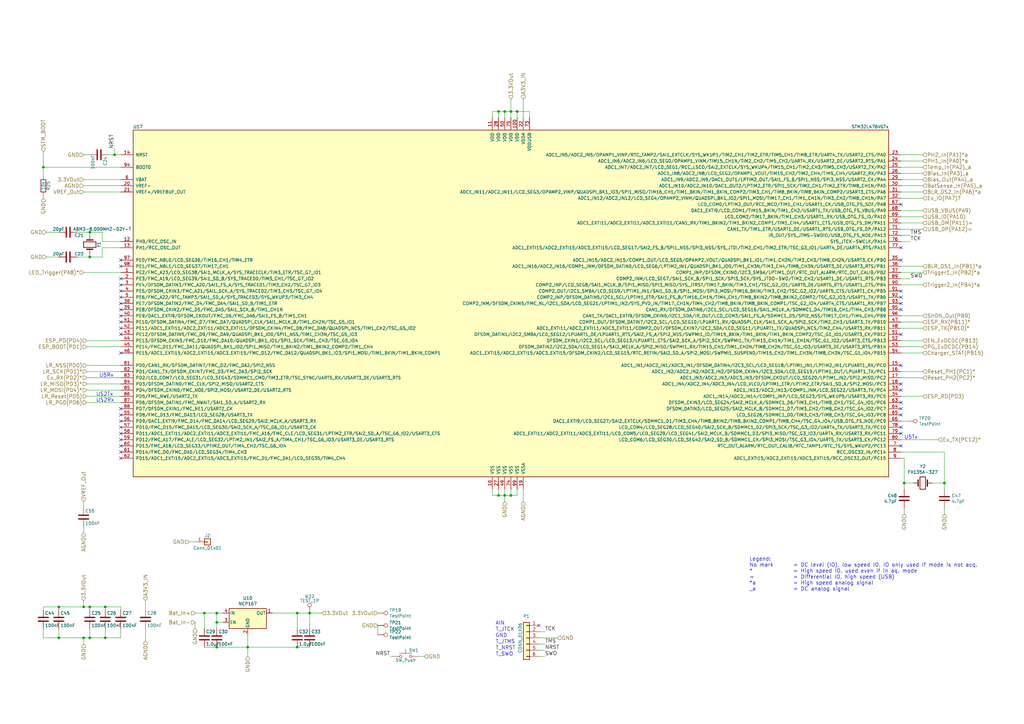
<source format=kicad_sch>
(kicad_sch (version 20231120) (generator "eeschema") (generator_version "8.0")
  (paper "A3")
  (lib_symbols
    (symbol "Connector:TestPoint" (pin_numbers hide) (pin_names (offset 0.762) hide)
      (property "Reference" "TP" (at 0 6.858 0))
      (property "Value" "TestPoint" (at 0 5.08 0))
      (symbol "TestPoint_0_1"
        (circle (center 0 3.302) (radius 0.762))
      )
      (symbol "TestPoint_1_1"
        (pin passive line (at 0 0 90) (length 2.54) (name "1") (number "1"))
      )
    )
    (symbol "Connector_Generic:Conn_01x01" (pin_names (offset 1.016) hide)
      (property "Reference" "J" (at 0 2.54 0))
      (property "Value" "Conn_01x01" (at 0 -2.54 0))
      (symbol "Conn_01x01_1_1"
        (rectangle (start -1.27 0.127) (end 0 -0.127) (stroke (width 0.1524)))
        (rectangle (start -1.27 1.27) (end 1.27 -1.27) (stroke (width 0.254)) (fill (type background)))
        (pin passive line (at -5.08 0 0) (length 3.81) (name "Pin_1") (number "1"))
      )
    )
    (symbol "Connector_Generic:Conn_01x06" (pin_names (offset 1.016) hide)
      (property "Reference" "J" (at 0 7.62 0))
      (property "Value" "Conn_01x06" (at 0 -10.16 0))
      (symbol "Conn_01x06_1_1"
        (rectangle (start -1.27 -7.493) (end 0 -7.747) (stroke (width 0.1524)))
        (rectangle (start -1.27 -4.953) (end 0 -5.207) (stroke (width 0.1524)))
        (rectangle (start -1.27 -2.413) (end 0 -2.667) (stroke (width 0.1524)))
        (rectangle (start -1.27 0.127) (end 0 -0.127) (stroke (width 0.1524)))
        (rectangle (start -1.27 2.667) (end 0 2.413) (stroke (width 0.1524)))
        (rectangle (start -1.27 5.207) (end 0 4.953) (stroke (width 0.1524)))
        (rectangle (start -1.27 6.35) (end 1.27 -8.89) (stroke (width 0.254)) (fill (type background)))
        (pin passive line (at -5.08 5.08 0) (length 3.81) (name "Pin_1") (number "1"))
        (pin passive line (at -5.08 2.54 0) (length 3.81) (name "Pin_2") (number "2"))
        (pin passive line (at -5.08 0 0) (length 3.81) (name "Pin_3") (number "3"))
        (pin passive line (at -5.08 -2.54 0) (length 3.81) (name "Pin_4") (number "4"))
        (pin passive line (at -5.08 -5.08 0) (length 3.81) (name "Pin_5") (number "5"))
        (pin passive line (at -5.08 -7.62 0) (length 3.81) (name "Pin_6") (number "6"))
      )
    )
    (symbol "Device:C" (pin_numbers hide) (pin_names (offset 0.254))
      (property "Reference" "C" (at 0.635 2.54 0))
      (property "Value" "C" (at 0.635 -2.54 0))
      (symbol "C_0_1"
        (polyline (pts (xy -2.032 -0.762) (xy 2.032 -0.762)) (stroke (width 0.508)))
        (polyline (pts (xy -2.032 0.762) (xy 2.032 0.762)) (stroke (width 0.508)))
      )
      (symbol "C_1_1"
        (pin passive line (at 0 3.81 270) (length 2.794) (name "~") (number "1"))
        (pin passive line (at 0 -3.81 90) (length 2.794) (name "~") (number "2"))
      )
    )
    (symbol "Device:Crystal" (pin_numbers hide) (pin_names (offset 1.016) hide)
      (property "Reference" "Y" (at 0 3.81 0))
      (property "Value" "Crystal" (at 0 -3.81 0))
      (symbol "Crystal_0_1"
        (rectangle (start -1.143 2.54) (end 1.143 -2.54) (stroke (width 0.3048)))
        (polyline (pts (xy -2.54 0) (xy -1.905 0)))
        (polyline (pts (xy -1.905 -1.27) (xy -1.905 1.27)) (stroke (width 0.508)))
        (polyline (pts (xy 1.905 -1.27) (xy 1.905 1.27)) (stroke (width 0.508)))
        (polyline (pts (xy 2.54 0) (xy 1.905 0)))
      )
      (symbol "Crystal_1_1"
        (pin passive line (at -3.81 0 0) (length 1.27) (name "1") (number "1"))
        (pin passive line (at 3.81 0 180) (length 1.27) (name "2") (number "2"))
      )
    )
    (symbol "Device:R" (pin_numbers hide) (pin_names (offset 0))
      (property "Reference" "R" (at 2.032 0 90))
      (property "Value" "R" (at 0 0 90))
      (symbol "R_0_1"
        (rectangle (start -1.016 -2.54) (end 1.016 2.54) (stroke (width 0.254)))
      )
      (symbol "R_1_1"
        (pin passive line (at 0 3.81 270) (length 1.27) (name "~") (number "1"))
        (pin passive line (at 0 -3.81 90) (length 1.27) (name "~") (number "2"))
      )
    )
    (symbol "RadIIS_Mainboard:NCP167" (pin_names (offset 0.254))
      (property "Reference" "U" (at -6.35 5.715 0))
      (property "Value" "NCP167" (at 0 5.715 0))
      (symbol "NCP167_0_1"
        (rectangle (start -7.62 -3.81) (end 7.62 4.445) (stroke (width 0.254)) (fill (type background)))
      )
      (symbol "NCP167_1_1"
        (pin power_out line (at 10.16 2.54 180) (length 2.54) (name "OUT") (number "1"))
        (pin power_in line (at 0 -6.35 90) (length 2.54) (name "GND") (number "2"))
        (pin input line (at -10.16 -1.27 0) (length 2.54) (name "EN") (number "3"))
        (pin power_in line (at -10.16 2.54 0) (length 2.54) (name "IN") (number "4"))
        (pin power_in line (at 0 -6.35 90) (length 2.54) hide (name "GND") (number "EPAD"))
      )
    )
    (symbol "RadIIS_Mainboard:STM32L476VGTx" (pin_names (offset 1.016))
      (property "Reference" "U" (at -154.94 71.755 0))
      (property "Value" "STM32L476VGTx" (at 154.94 71.755 0))
      (symbol "STM32L476VGTx_0_1"
        (rectangle (start -154.94 -71.12) (end 154.94 71.12) (stroke (width 0.254)) (fill (type background)))
      )
      (symbol "STM32L476VGTx_1_1"
        (pin bidirectional line (at -160.02 12.7 0) (length 5.08) (name "PE2/FMC_A23/LCD_SEG38/SAI1_MCLK_A/SYS_TRACECLK/TIM3_ETR/TSC_G7_IO1") (number "1"))
        (pin power_in line (at -7.62 -76.2 90) (length 5.08) (name "VSS") (number "10"))
        (pin power_in line (at 2.54 76.2 270) (length 5.08) (name "VDD") (number "100"))
        (pin power_in line (at -7.62 76.2 270) (length 5.08) (name "VDD") (number "11"))
        (pin input line (at -160.02 25.4 0) (length 5.08) (name "PH0/RCC_OSC_IN") (number "12"))
        (pin input line (at -160.02 22.86 0) (length 5.08) (name "PH1/RCC_OSC_OUT") (number "13"))
        (pin input line (at -160.02 60.96 0) (length 5.08) (name "NRST") (number "14"))
        (pin bidirectional line (at 160.02 -25.4 180) (length 5.08) (name "ADC1_IN1/ADC2_IN1/ADC3_IN1/DFSDM_DATIN4/I2C3_SCL/LCD_SEG18/LPTIM1_IN1/LPTIM2_IN1/LPUART1_RX/PC0") (number "15"))
        (pin bidirectional line (at 160.02 -27.94 180) (length 5.08) (name "ADC1_IN2/ADC2_IN2/ADC3_IN2/DFSDM_CKIN4/I2C3_SDA/LCD_SEG19/LPTIM1_OUT/LPUART1_TX/PC1") (number "16"))
        (pin bidirectional line (at 160.02 -30.48 180) (length 5.08) (name "ADC1_IN3/ADC2_IN3/ADC3_IN3/DFSDM_CKOUT/LCD_SEG20/LPTIM1_IN2/SPI2_MISO/PC2") (number "17"))
        (pin bidirectional line (at 160.02 -33.02 180) (length 5.08) (name "ADC1_IN4/ADC2_IN4/ADC3_IN4/LCD_VLCD/LPTIM1_ETR/LPTIM2_ETR/SAI1_SD_A/SPI2_MOSI/PC3") (number "18"))
        (pin power_in line (at 5.08 -76.2 90) (length 5.08) (name "VSSA") (number "19"))
        (pin bidirectional line (at -160.02 10.16 0) (length 5.08) (name "PE3/FMC_A19/LCD_SEG39/SAI1_SD_B/SYS_TRACED0/TIM3_CH1/TSC_G7_IO2") (number "2"))
        (pin power_in line (at -160.02 48.26 0) (length 5.08) (name "VREF-") (number "20"))
        (pin bidirectional line (at -160.02 45.72 0) (length 5.08) (name "VREF+/VREFBUF_OUT") (number "21"))
        (pin power_in line (at 5.08 76.2 270) (length 5.08) (name "VDDA") (number "22"))
        (pin bidirectional line (at 160.02 60.96 180) (length 5.08) (name "ADC1_IN5/ADC2_IN5/OPAMP1_VINP/RTC_TAMP2/SAI1_EXTCLK/SYS_WKUP1/TIM2_CH1/TIM2_ETR/TIM5_CH1/TIM8_ETR/UART4_TX/USART2_CTS/PA0") (number "23"))
        (pin bidirectional line (at 160.02 58.42 180) (length 5.08) (name "ADC1_IN6/ADC2_IN6/LCD_SEG0/OPAMP1_VINM/TIM15_CH1N/TIM2_CH2/TIM5_CH2/UART4_RX/USART2_DE/USART2_RTS/PA1") (number "24"))
        (pin bidirectional line (at 160.02 55.88 180) (length 5.08) (name "ADC1_IN7/ADC2_IN7/LCD_SEG1/RCC_LSCO/SAI2_EXTCLK/SYS_WKUP4/TIM15_CH1/TIM2_CH3/TIM5_CH3/USART2_TX/PA2") (number "25"))
        (pin bidirectional line (at 160.02 53.34 180) (length 5.08) (name "ADC1_IN8/ADC2_IN8/LCD_SEG2/OPAMP1_VOUT/TIM15_CH2/TIM2_CH4/TIM5_CH4/USART2_RX/PA3") (number "26"))
        (pin power_in line (at -5.08 -76.2 90) (length 5.08) (name "VSS") (number "27"))
        (pin power_in line (at -5.08 76.2 270) (length 5.08) (name "VDD") (number "28"))
        (pin bidirectional line (at 160.02 50.8 180) (length 5.08) (name "ADC1_IN9/ADC2_IN9/DAC1_OUT1/LPTIM2_OUT/SAI1_FS_B/SPI1_NSS/SPI3_NSS/USART2_CK/PA4") (number "29"))
        (pin bidirectional line (at -160.02 7.62 0) (length 5.08) (name "PE4/DFSDM_DATIN3/FMC_A20/SAI1_FS_A/SYS_TRACED1/TIM3_CH2/TSC_G7_IO3") (number "3"))
        (pin bidirectional line (at 160.02 48.26 180) (length 5.08) (name "ADC1_IN10/ADC2_IN10/DAC1_OUT2/LPTIM2_ETR/SPI1_SCK/TIM2_CH1/TIM2_ETR/TIM8_CH1N/PA5") (number "30"))
        (pin bidirectional line (at 160.02 45.72 180) (length 5.08) (name "ADC1_IN11/ADC2_IN11/LCD_SEG3/OPAMP2_VINP/QUADSPI_BK1_IO3/SPI1_MISO/TIM16_CH1/TIM1_BKIN/TIM1_BKIN_COMP2/TIM3_CH1/TIM8_BKIN/TIM8_BKIN_COMP2/USART3_CTS/PA6") (number "31"))
        (pin bidirectional line (at 160.02 43.18 180) (length 5.08) (name "ADC1_IN12/ADC2_IN12/LCD_SEG4/OPAMP2_VINM/QUADSPI_BK1_IO2/SPI1_MOSI/TIM17_CH1/TIM1_CH1N/TIM3_CH2/TIM8_CH1N/PA7") (number "32"))
        (pin bidirectional line (at 160.02 -35.56 180) (length 5.08) (name "ADC1_IN13/ADC2_IN13/COMP1_INM/LCD_SEG22/USART3_TX/PC4") (number "33"))
        (pin bidirectional line (at 160.02 -38.1 180) (length 5.08) (name "ADC1_IN14/ADC2_IN14/COMP1_INP/LCD_SEG23/SYS_WKUP5/USART3_RX/PC5") (number "34"))
        (pin bidirectional line (at 160.02 17.78 180) (length 5.08) (name "ADC1_IN15/ADC2_IN15/COMP1_OUT/LCD_SEG5/OPAMP2_VOUT/QUADSPI_BK1_IO1/TIM1_CH2N/TIM3_CH3/TIM8_CH2N/USART3_CK/PB0") (number "35"))
        (pin bidirectional line (at 160.02 15.24 180) (length 5.08) (name "ADC1_IN16/ADC2_IN16/COMP1_INM/DFSDM_DATIN0/LCD_SEG6/LPTIM2_IN1/QUADSPI_BK1_IO0/TIM1_CH3N/TIM3_CH4/TIM8_CH3N/USART3_DE/USART3_RTS/PB1") (number "36"))
        (pin bidirectional line (at 160.02 12.7 180) (length 5.08) (name "COMP1_INP/DFSDM_CKIN0/I2C3_SMBA/LPTIM1_OUT/RTC_OUT_ALARM/RTC_OUT_CALIB/PB2") (number "37"))
        (pin bidirectional line (at -160.02 0 0) (length 5.08) (name "PE7/DFSDM_DATIN2/FMC_D4/FMC_DA4/SAI1_SD_B/TIM1_ETR") (number "38"))
        (pin bidirectional line (at -160.02 -2.54 0) (length 5.08) (name "PE8/DFSDM_CKIN2/FMC_D5/FMC_DA5/SAI1_SCK_B/TIM1_CH1N") (number "39"))
        (pin bidirectional line (at -160.02 5.08 0) (length 5.08) (name "PE5/DFSDM_CKIN3/FMC_A21/SAI1_SCK_A/SYS_TRACED2/TIM3_CH3/TSC_G7_IO4") (number "4"))
        (pin bidirectional line (at -160.02 -5.08 0) (length 5.08) (name "PE9/DAC1_EXTI9/DFSDM_CKOUT/FMC_D6/FMC_DA6/SAI1_FS_B/TIM1_CH1") (number "40"))
        (pin bidirectional line (at -160.02 -7.62 0) (length 5.08) (name "PE10/DFSDM_DATIN4/FMC_D7/FMC_DA7/QUADSPI_CLK/SAI1_MCLK_B/TIM1_CH2N/TSC_G5_IO1") (number "41"))
        (pin bidirectional line (at -160.02 -10.16 0) (length 5.08) (name "PE11/ADC1_EXTI11/ADC2_EXTI11/ADC3_EXTI11/DFSDM_CKIN4/FMC_D8/FMC_DA8/QUADSPI_NCS/TIM1_CH2/TSC_G5_IO2") (number "42"))
        (pin bidirectional line (at -160.02 -12.7 0) (length 5.08) (name "PE12/DFSDM_DATIN5/FMC_D9/FMC_DA9/QUADSPI_BK1_IO0/SPI1_NSS/TIM1_CH3N/TSC_G5_IO3") (number "43"))
        (pin bidirectional line (at -160.02 -15.24 0) (length 5.08) (name "PE13/DFSDM_CKIN5/FMC_D10/FMC_DA10/QUADSPI_BK1_IO1/SPI1_SCK/TIM1_CH3/TSC_G5_IO4") (number "44"))
        (pin bidirectional line (at -160.02 -17.78 0) (length 5.08) (name "PE14/FMC_D11/FMC_DA11/QUADSPI_BK1_IO2/SPI1_MISO/TIM1_BKIN2/TIM1_BKIN2_COMP2/TIM1_CH4") (number "45"))
        (pin bidirectional line (at -160.02 -20.32 0) (length 5.08) (name "PE15/ADC1_EXTI15/ADC2_EXTI15/ADC3_EXTI15/FMC_D12/FMC_DA12/QUADSPI_BK1_IO3/SPI1_MOSI/TIM1_BKIN/TIM1_BKIN_COMP1") (number "46"))
        (pin bidirectional line (at 160.02 -7.62 180) (length 5.08) (name "COMP1_OUT/DFSDM_DATIN7/I2C2_SCL/LCD_SEG10/LPUART1_RX/QUADSPI_CLK/SAI1_SCK_A/SPI2_SCK/TIM2_CH3/USART3_TX/PB10") (number "47"))
        (pin bidirectional line (at 160.02 -10.16 180) (length 5.08) (name "ADC1_EXTI11/ADC2_EXTI11/ADC3_EXTI11/COMP2_OUT/DFSDM_CKIN7/I2C2_SDA/LCD_SEG11/LPUART1_TX/QUADSPI_NCS/TIM2_CH4/USART3_RX/PB11") (number "48"))
        (pin power_in line (at -2.54 -76.2 90) (length 5.08) (name "VSS") (number "49"))
        (pin bidirectional line (at -160.02 2.54 0) (length 5.08) (name "PE6/FMC_A22/RTC_TAMP3/SAI1_SD_A/SYS_TRACED3/SYS_WKUP3/TIM3_CH4") (number "5"))
        (pin power_in line (at -2.54 76.2 270) (length 5.08) (name "VDD") (number "50"))
        (pin bidirectional line (at 160.02 -12.7 180) (length 5.08) (name "DFSDM_DATIN1/I2C2_SMBA/LCD_SEG12/LPUART1_DE/LPUART1_RTS/SAI2_FS_A/SPI2_NSS/SWPMI1_IO/TIM15_BKIN/TIM1_BKIN/TIM1_BKIN_COMP2/TSC_G1_IO1/USART3_CK/PB12") (number "51"))
        (pin bidirectional line (at 160.02 -15.24 180) (length 5.08) (name "DFSDM_CKIN1/I2C2_SCL/LCD_SEG13/LPUART1_CTS/SAI2_SCK_A/SPI2_SCK/SWPMI1_TX/TIM15_CH1N/TIM1_CH1N/TSC_G1_IO2/USART3_CTS/PB13") (number "52"))
        (pin bidirectional line (at 160.02 -17.78 180) (length 5.08) (name "DFSDM_DATIN2/I2C2_SDA/LCD_SEG14/SAI2_MCLK_A/SPI2_MISO/SWPMI1_RX/TIM15_CH1/TIM1_CH2N/TIM8_CH2N/TSC_G1_IO3/USART3_DE/USART3_RTS/PB14") (number "53"))
        (pin bidirectional line (at 160.02 -20.32 180) (length 5.08) (name "ADC1_EXTI15/ADC2_EXTI15/ADC3_EXTI15/DFSDM_CKIN2/LCD_SEG15/RTC_REFIN/SAI2_SD_A/SPI2_MOSI/SWPMI1_SUSPEND/TIM15_CH2/TIM1_CH3N/TIM8_CH3N/TSC_G1_IO4/PB15") (number "54"))
        (pin bidirectional line (at -160.02 -45.72 0) (length 5.08) (name "PD8/FMC_D13/FMC_DA13/LCD_SEG28/USART3_TX") (number "55"))
        (pin bidirectional line (at -160.02 -48.26 0) (length 5.08) (name "PD9/DAC1_EXTI9/FMC_D14/FMC_DA14/LCD_SEG29/SAI2_MCLK_A/USART3_RX") (number "56"))
        (pin bidirectional line (at -160.02 -50.8 0) (length 5.08) (name "PD10/FMC_D15/FMC_DA15/LCD_SEG30/SAI2_SCK_A/TSC_G6_IO1/USART3_CK") (number "57"))
        (pin bidirectional line (at -160.02 -53.34 0) (length 5.08) (name "PD11/ADC1_EXTI11/ADC2_EXTI11/ADC3_EXTI11/FMC_A16/FMC_CLE/LCD_SEG31/LPTIM2_ETR/SAI2_SD_A/TSC_G6_IO2/USART3_CTS") (number "58"))
        (pin bidirectional line (at -160.02 -55.88 0) (length 5.08) (name "PD12/FMC_A17/FMC_ALE/LCD_SEG32/LPTIM2_IN1/SAI2_FS_A/TIM4_CH1/TSC_G6_IO3/USART3_DE/USART3_RTS") (number "59"))
        (pin power_in line (at -160.02 50.8 0) (length 5.08) (name "VBAT") (number "6"))
        (pin bidirectional line (at -160.02 -58.42 0) (length 5.08) (name "PD13/FMC_A18/LCD_SEG33/LPTIM2_OUT/TIM4_CH2/TSC_G6_IO4") (number "60"))
        (pin bidirectional line (at -160.02 -60.96 0) (length 5.08) (name "PD14/FMC_D0/FMC_DA0/LCD_SEG34/TIM4_CH3") (number "61"))
        (pin bidirectional line (at -160.02 -63.5 0) (length 5.08) (name "PD15/ADC1_EXTI15/ADC2_EXTI15/ADC3_EXTI15/FMC_D1/FMC_DA1/LCD_SEG35/TIM4_CH4") (number "62"))
        (pin bidirectional line (at 160.02 -40.64 180) (length 5.08) (name "DFSDM_CKIN3/LCD_SEG24/SAI2_MCLK_A/SDMMC1_D6/TIM3_CH1/TIM8_CH1/TSC_G4_IO1/PC6") (number "63"))
        (pin bidirectional line (at 160.02 -43.18 180) (length 5.08) (name "DFSDM_DATIN3/LCD_SEG25/SAI2_MCLK_B/SDMMC1_D7/TIM3_CH2/TIM8_CH2/TSC_G4_IO2/PC7") (number "64"))
        (pin bidirectional line (at 160.02 -45.72 180) (length 5.08) (name "LCD_SEG26/SDMMC1_D0/TIM3_CH3/TIM8_CH3/TSC_G4_IO3/PC8") (number "65"))
        (pin bidirectional line (at 160.02 -48.26 180) (length 5.08) (name "DAC1_EXTI9/LCD_SEG27/SAI2_EXTCLK/SDMMC1_D1/TIM3_CH4/TIM8_BKIN2/TIM8_BKIN2_COMP1/TIM8_CH4/TSC_G4_IO4/USB_OTG_FS_NOE/PC9") (number "66"))
        (pin bidirectional line (at 160.02 40.64 180) (length 5.08) (name "LCD_COM0/LPTIM2_OUT/RCC_MCO/TIM1_CH1/USART1_CK/USB_OTG_FS_SOF/PA8") (number "67"))
        (pin bidirectional line (at 160.02 38.1 180) (length 5.08) (name "DAC1_EXTI9/LCD_COM1/TIM15_BKIN/TIM1_CH2/USART1_TX/USB_OTG_FS_VBUS/PA9") (number "68"))
        (pin bidirectional line (at 160.02 35.56 180) (length 5.08) (name "LCD_COM2/TIM17_BKIN/TIM1_CH3/USART1_RX/USB_OTG_FS_ID/PA10") (number "69"))
        (pin bidirectional line (at 160.02 -58.42 180) (length 5.08) (name "RTC_OUT_ALARM/RTC_OUT_CALIB/RTC_TAMP1/RTC_TS/SYS_WKUP2/PC13") (number "7"))
        (pin bidirectional line (at 160.02 33.02 180) (length 5.08) (name "ADC1_EXTI11/ADC2_EXTI11/ADC3_EXTI11/CAN1_RX/TIM1_BKIN2/TIM1_BKIN2_COMP1/TIM1_CH4/USART1_CTS/USB_OTG_FS_DM/PA11") (number "70"))
        (pin bidirectional line (at 160.02 30.48 180) (length 5.08) (name "CAN1_TX/TIM1_ETR/USART1_DE/USART1_RTS/USB_OTG_FS_DP/PA12") (number "71"))
        (pin bidirectional line (at 160.02 27.94 180) (length 5.08) (name "IR_OUT/SYS_JTMS-SWDIO/USB_OTG_FS_NOE/PA13") (number "72"))
        (pin power_in line (at 7.62 76.2 270) (length 5.08) (name "VDDUSB") (number "73"))
        (pin power_in line (at 0 -76.2 90) (length 5.08) (name "VSS") (number "74"))
        (pin power_in line (at 0 76.2 270) (length 5.08) (name "VDD") (number "75"))
        (pin bidirectional line (at 160.02 25.4 180) (length 5.08) (name "SYS_JTCK-SWCLK/PA14") (number "76"))
        (pin bidirectional line (at 160.02 22.86 180) (length 5.08) (name "ADC1_EXTI15/ADC2_EXTI15/ADC3_EXTI15/LCD_SEG17/SAI2_FS_B/SPI1_NSS/SPI3_NSS/SYS_JTDI/TIM2_CH1/TIM2_ETR/TSC_G3_IO1/UART4_DE/UART4_RTS/PA15") (number "77"))
        (pin bidirectional line (at 160.02 -50.8 180) (length 5.08) (name "LCD_COM4/LCD_SEG28/LCD_SEG40/SAI2_SCK_B/SDMMC1_D2/SPI3_SCK/TSC_G3_IO2/UART4_TX/USART3_TX/PC10") (number "78"))
        (pin bidirectional line (at 160.02 -53.34 180) (length 5.08) (name "ADC1_EXTI11/ADC2_EXTI11/ADC3_EXTI11/LCD_COM5/LCD_SEG29/LCD_SEG41/SAI2_MCLK_B/SDMMC1_D3/SPI3_MISO/TSC_G3_IO3/UART4_RX/USART3_RX/PC11") (number "79"))
        (pin bidirectional line (at 160.02 -60.96 180) (length 5.08) (name "RCC_OSC32_IN/PC14") (number "8"))
        (pin bidirectional line (at 160.02 -55.88 180) (length 5.08) (name "LCD_COM6/LCD_SEG30/LCD_SEG42/SAI2_SD_B/SDMMC1_CK/SPI3_MOSI/TSC_G3_IO4/UART5_TX/USART3_CK/PC12") (number "80"))
        (pin bidirectional line (at -160.02 -25.4 0) (length 5.08) (name "PD0/CAN1_RX/DFSDM_DATIN7/FMC_D2/FMC_DA2/SPI2_NSS") (number "81"))
        (pin bidirectional line (at -160.02 -27.94 0) (length 5.08) (name "PD1/CAN1_TX/DFSDM_CKIN7/FMC_D3/FMC_DA3/SPI2_SCK") (number "82"))
        (pin bidirectional line (at -160.02 -30.48 0) (length 5.08) (name "PD2/LCD_COM7/LCD_SEG31/LCD_SEG43/SDMMC1_CMD/TIM3_ETR/TSC_SYNC/UART5_RX/USART3_DE/USART3_RTS") (number "83"))
        (pin bidirectional line (at -160.02 -33.02 0) (length 5.08) (name "PD3/DFSDM_DATIN0/FMC_CLK/SPI2_MISO/USART2_CTS") (number "84"))
        (pin bidirectional line (at -160.02 -35.56 0) (length 5.08) (name "PD4/DFSDM_CKIN0/FMC_NOE/SPI2_MOSI/USART2_DE/USART2_RTS") (number "85"))
        (pin bidirectional line (at -160.02 -38.1 0) (length 5.08) (name "PD5/FMC_NWE/USART2_TX") (number "86"))
        (pin bidirectional line (at -160.02 -40.64 0) (length 5.08) (name "PD6/DFSDM_DATIN1/FMC_NWAIT/SAI1_SD_A/USART2_RX") (number "87"))
        (pin bidirectional line (at -160.02 -43.18 0) (length 5.08) (name "PD7/DFSDM_CKIN1/FMC_NE1/USART2_CK") (number "88"))
        (pin bidirectional line (at 160.02 10.16 180) (length 5.08) (name "COMP2_INM/LCD_SEG7/SAI1_SCK_B/SPI1_SCK/SPI3_SCK/SYS_JTDO-SWO/TIM2_CH2/USART1_DE/USART1_RTS/PB3") (number "89"))
        (pin bidirectional line (at 160.02 -63.5 180) (length 5.08) (name "ADC1_EXTI15/ADC2_EXTI15/ADC3_EXTI15/RCC_OSC32_OUT/PC15") (number "9"))
        (pin bidirectional line (at 160.02 7.62 180) (length 5.08) (name "COMP2_INP/LCD_SEG8/SAI1_MCLK_B/SPI1_MISO/SPI3_MISO/SYS_JTRST/TIM17_BKIN/TIM3_CH1/TSC_G2_IO1/UART5_DE/UART5_RTS/USART1_CTS/PB4") (number "90"))
        (pin bidirectional line (at 160.02 5.08 180) (length 5.08) (name "COMP2_OUT/I2C1_SMBA/LCD_SEG9/LPTIM1_IN1/SAI1_SD_B/SPI1_MOSI/SPI3_MOSI/TIM16_BKIN/TIM3_CH2/TSC_G2_IO2/UART5_CTS/USART1_CK/PB5") (number "91"))
        (pin bidirectional line (at 160.02 2.54 180) (length 5.08) (name "COMP2_INP/DFSDM_DATIN5/I2C1_SCL/LPTIM1_ETR/SAI1_FS_B/TIM16_CH1N/TIM4_CH1/TIM8_BKIN2/TIM8_BKIN2_COMP2/TSC_G2_IO3/USART1_TX/PB6") (number "92"))
        (pin bidirectional line (at 160.02 0 180) (length 5.08) (name "COMP2_INM/DFSDM_CKIN5/FMC_NL/I2C1_SDA/LCD_SEG21/LPTIM1_IN2/SYS_PVD_IN/TIM17_CH1N/TIM4_CH2/TIM8_BKIN/TIM8_BKIN_COMP1/TSC_G2_IO4/UART4_CTS/USART1_RX/PB7") (number "93"))
        (pin input line (at -160.02 55.88 0) (length 5.08) (name "BOOT0") (number "94"))
        (pin bidirectional line (at 160.02 -2.54 180) (length 5.08) (name "CAN1_RX/DFSDM_DATIN6/I2C1_SCL/LCD_SEG16/SAI1_MCLK_A/SDMMC1_D4/TIM16_CH1/TIM4_CH3/PB8") (number "95"))
        (pin bidirectional line (at 160.02 -5.08 180) (length 5.08) (name "CAN1_TX/DAC1_EXTI9/DFSDM_CKIN6/I2C1_SDA/IR_OUT/LCD_COM3/SAI1_FS_A/SDMMC1_D5/SPI2_NSS/TIM17_CH1/TIM4_CH4/PB9") (number "96"))
        (pin bidirectional line (at -160.02 17.78 0) (length 5.08) (name "PE0/FMC_NBL0/LCD_SEG36/TIM16_CH1/TIM4_ETR") (number "97"))
        (pin bidirectional line (at -160.02 15.24 0) (length 5.08) (name "PE1/FMC_NBL1/LCD_SEG37/TIM17_CH1") (number "98"))
        (pin power_in line (at 2.54 -76.2 90) (length 5.08) (name "VSS") (number "99"))
      )
    )
    (symbol "Switch:SW_Push" (pin_numbers hide) (pin_names (offset 1.016) hide)
      (property "Reference" "SW" (at 1.27 2.54 0))
      (property "Value" "SW_Push" (at 0 -1.524 0))
      (symbol "SW_Push_0_1"
        (circle (center -2.032 0) (radius 0.508))
        (polyline (pts (xy 0 1.27) (xy 0 3.048)))
        (polyline (pts (xy 2.54 1.27) (xy -2.54 1.27)))
        (circle (center 2.032 0) (radius 0.508))
        (pin passive line (at -5.08 0 0) (length 2.54) (name "1") (number "1"))
        (pin passive line (at 5.08 0 180) (length 2.54) (name "2") (number "2"))
      )
    )
  )
  (junction (at 88.9 265.43))
  (junction (at 36.83 248.92))
  (junction (at 207.01 45.72))
  (junction (at 101.6 265.43))
  (junction (at 121.92 251.46))
  (junction (at 88.9 251.46))
  (junction (at 24.13 248.92))
  (junction (at 17.78 68.58))
  (junction (at 207.01 203.2))
  (junction (at 43.18 261.62))
  (junction (at 209.55 45.72))
  (junction (at 204.47 203.2))
  (junction (at 36.83 261.62))
  (junction (at 209.55 203.2))
  (junction (at 46.99 63.5))
  (junction (at 204.47 45.72))
  (junction (at 34.29 248.92))
  (junction (at 121.92 265.43))
  (junction (at 36.83 105.41))
  (junction (at 212.09 45.72))
  (junction (at 34.29 261.62))
  (junction (at 36.83 95.25))
  (junction (at 83.82 251.46))
  (junction (at 387.35 198.12))
  (junction (at 127 251.46))
  (junction (at 24.13 261.62))
  (junction (at 88.9 255.27))
  (junction (at 43.18 248.92))
  (junction (at 370.84 198.12))
  (no_connect (at 220.98 256.54))
  (no_connect (at 369.57 83.82))
  (no_connect (at 369.57 157.48))
  (no_connect (at 369.57 124.46))
  (no_connect (at 49.53 175.26))
  (no_connect (at 369.57 106.68))
  (no_connect (at 369.57 177.8))
  (no_connect (at 369.57 182.88))
  (no_connect (at 49.53 187.96))
  (no_connect (at 49.53 124.46))
  (no_connect (at 369.57 149.86))
  (no_connect (at 49.53 119.38))
  (no_connect (at 49.53 172.72))
  (no_connect (at 369.57 170.18))
  (no_connect (at 369.57 127))
  (no_connect (at 49.53 167.64))
  (no_connect (at 369.57 167.64))
  (no_connect (at 49.53 177.8))
  (no_connect (at 49.53 134.62))
  (no_connect (at 49.53 132.08))
  (no_connect (at 49.53 116.84))
  (no_connect (at 49.53 109.22))
  (no_connect (at 49.53 129.54))
  (no_connect (at 369.57 175.26))
  (no_connect (at 49.53 170.18))
  (no_connect (at 49.53 114.3))
  (no_connect (at 369.57 137.16))
  (no_connect (at 369.57 121.92))
  (no_connect (at 49.53 121.92))
  (no_connect (at 369.57 165.1))
  (no_connect (at 49.53 182.88))
  (no_connect (at 49.53 137.16))
  (no_connect (at 369.57 119.38))
  (no_connect (at 49.53 185.42))
  (no_connect (at 49.53 144.78))
  (no_connect (at 369.57 101.6))
  (no_connect (at 49.53 127))
  (no_connect (at 49.53 180.34))
  (no_connect (at 49.53 106.68))
  (no_connect (at 369.57 160.02))
  (wire (pts (xy 49.53 76.2) (xy 34.29 76.2)))
  (wire (pts (xy 34.29 205.74) (xy 34.29 208.28)))
  (wire (pts (xy 369.57 76.2) (xy 378.46 76.2)))
  (wire (pts (xy 378.46 81.28) (xy 369.57 81.28)))
  (wire (pts (xy 80.01 251.46) (xy 83.82 251.46)))
  (wire (pts (xy 387.35 208.28) (xy 387.35 210.82)))
  (wire (pts (xy 201.93 45.72) (xy 201.93 48.26)))
  (wire (pts (xy 17.78 257.81) (xy 17.78 261.62)))
  (wire (pts (xy 41.91 101.6) (xy 49.53 101.6)))
  (wire (pts (xy 101.6 265.43) (xy 101.6 269.24)))
  (wire (pts (xy 24.13 257.81) (xy 24.13 261.62)))
  (wire (pts (xy 378.46 109.22) (xy 369.57 109.22)))
  (wire (pts (xy 83.82 251.46) (xy 83.82 257.81)))
  (wire (pts (xy 204.47 48.26) (xy 204.47 45.72)))
  (wire (pts (xy 369.57 134.62) (xy 378.46 134.62)))
  (wire (pts (xy 83.82 251.46) (xy 88.9 251.46)))
  (wire (pts (xy 369.57 116.84) (xy 378.46 116.84)))
  (wire (pts (xy 43.18 257.81) (xy 43.18 261.62)))
  (wire (pts (xy 34.29 261.62) (xy 36.83 261.62)))
  (wire (pts (xy 207.01 203.2) (xy 207.01 205.74)))
  (wire (pts (xy 17.78 68.58) (xy 17.78 72.39)))
  (wire (pts (xy 378.46 132.08) (xy 369.57 132.08)))
  (wire (pts (xy 127 251.46) (xy 132.08 251.46)))
  (wire (pts (xy 384.81 180.34) (xy 369.57 180.34)))
  (wire (pts (xy 207.01 48.26) (xy 207.01 45.72)))
  (wire (pts (xy 36.83 105.41) (xy 41.91 105.41)))
  (wire (pts (xy 31.75 105.41) (xy 36.83 105.41)))
  (wire (pts (xy 369.57 144.78) (xy 378.46 144.78)))
  (wire (pts (xy 35.56 157.48) (xy 49.53 157.48)))
  (wire (pts (xy 223.52 259.08) (xy 220.98 259.08)))
  (wire (pts (xy 370.84 187.96) (xy 370.84 198.12)))
  (wire (pts (xy 369.57 88.9) (xy 378.46 88.9)))
  (wire (pts (xy 36.83 63.5) (xy 34.29 63.5)))
  (wire (pts (xy 207.01 203.2) (xy 209.55 203.2)))
  (wire (pts (xy 212.09 203.2) (xy 212.09 200.66)))
  (wire (pts (xy 36.83 257.81) (xy 36.83 261.62)))
  (wire (pts (xy 34.29 215.9) (xy 34.29 218.44)))
  (wire (pts (xy 17.78 81.28) (xy 17.78 80.01)))
  (wire (pts (xy 36.83 95.25) (xy 41.91 95.25)))
  (wire (pts (xy 378.46 63.5) (xy 369.57 63.5)))
  (wire (pts (xy 17.78 68.58) (xy 17.78 62.23)))
  (wire (pts (xy 43.18 261.62) (xy 49.53 261.62)))
  (wire (pts (xy 80.01 222.25) (xy 77.47 222.25)))
  (wire (pts (xy 378.46 152.4) (xy 369.57 152.4)))
  (wire (pts (xy 88.9 255.27) (xy 88.9 257.81)))
  (wire (pts (xy 209.55 45.72) (xy 212.09 45.72)))
  (wire (pts (xy 217.17 45.72) (xy 217.17 48.26)))
  (wire (pts (xy 49.53 160.02) (xy 35.56 160.02)))
  (wire (pts (xy 369.57 154.94) (xy 378.46 154.94)))
  (wire (pts (xy 49.53 142.24) (xy 35.56 142.24)))
  (wire (pts (xy 24.13 250.19) (xy 24.13 248.92)))
  (wire (pts (xy 370.84 208.28) (xy 370.84 210.82)))
  (wire (pts (xy 34.29 264.16) (xy 34.29 261.62)))
  (wire (pts (xy 121.92 265.43) (xy 127 265.43)))
  (wire (pts (xy 209.55 45.72) (xy 209.55 48.26)))
  (wire (pts (xy 31.75 95.25) (xy 36.83 95.25)))
  (wire (pts (xy 223.52 264.16) (xy 220.98 264.16)))
  (wire (pts (xy 214.63 40.64) (xy 214.63 48.26)))
  (wire (pts (xy 369.57 93.98) (xy 378.46 93.98)))
  (wire (pts (xy 207.01 200.66) (xy 207.01 203.2)))
  (wire (pts (xy 34.29 248.92) (xy 36.83 248.92)))
  (wire (pts (xy 36.83 261.62) (xy 43.18 261.62)))
  (wire (pts (xy 44.45 63.5) (xy 46.99 63.5)))
  (wire (pts (xy 228.6 261.62) (xy 220.98 261.62)))
  (wire (pts (xy 41.91 101.6) (xy 41.91 105.41)))
  (wire (pts (xy 201.93 203.2) (xy 201.93 200.66)))
  (wire (pts (xy 204.47 45.72) (xy 207.01 45.72)))
  (wire (pts (xy 382.27 198.12) (xy 387.35 198.12)))
  (wire (pts (xy 35.56 149.86) (xy 49.53 149.86)))
  (wire (pts (xy 91.44 255.27) (xy 88.9 255.27)))
  (wire (pts (xy 378.46 91.44) (xy 369.57 91.44)))
  (wire (pts (xy 17.78 261.62) (xy 24.13 261.62)))
  (wire (pts (xy 24.13 248.92) (xy 34.29 248.92)))
  (wire (pts (xy 373.38 96.52) (xy 369.57 96.52)))
  (wire (pts (xy 373.38 99.06) (xy 369.57 99.06)))
  (wire (pts (xy 19.05 105.41) (xy 24.13 105.41)))
  (wire (pts (xy 41.91 99.06) (xy 41.91 95.25)))
  (wire (pts (xy 17.78 248.92) (xy 17.78 250.19)))
  (wire (pts (xy 204.47 203.2) (xy 207.01 203.2)))
  (wire (pts (xy 36.83 96.52) (xy 36.83 95.25)))
  (wire (pts (xy 201.93 203.2) (xy 204.47 203.2)))
  (wire (pts (xy 17.78 248.92) (xy 24.13 248.92)))
  (wire (pts (xy 88.9 251.46) (xy 88.9 255.27)))
  (wire (pts (xy 212.09 45.72) (xy 217.17 45.72)))
  (wire (pts (xy 220.98 269.24) (xy 223.52 269.24)))
  (wire (pts (xy 43.18 250.19) (xy 43.18 248.92)))
  (wire (pts (xy 34.29 78.74) (xy 49.53 78.74)))
  (wire (pts (xy 378.46 68.58) (xy 369.57 68.58)))
  (wire (pts (xy 88.9 265.43) (xy 101.6 265.43)))
  (wire (pts (xy 207.01 45.72) (xy 209.55 45.72)))
  (wire (pts (xy 36.83 248.92) (xy 43.18 248.92)))
  (wire (pts (xy 369.57 187.96) (xy 370.84 187.96)))
  (wire (pts (xy 111.76 251.46) (xy 121.92 251.46)))
  (wire (pts (xy 34.29 246.38) (xy 34.29 248.92)))
  (wire (pts (xy 387.35 198.12) (xy 387.35 200.66)))
  (wire (pts (xy 36.83 250.19) (xy 36.83 248.92)))
  (wire (pts (xy 121.92 257.81) (xy 121.92 251.46)))
  (wire (pts (xy 19.05 95.25) (xy 24.13 95.25)))
  (wire (pts (xy 101.6 265.43) (xy 121.92 265.43)))
  (wire (pts (xy 378.46 86.36) (xy 369.57 86.36)))
  (wire (pts (xy 378.46 142.24) (xy 369.57 142.24)))
  (wire (pts (xy 212.09 48.26) (xy 212.09 45.72)))
  (wire (pts (xy 378.46 129.54) (xy 369.57 129.54)))
  (wire (pts (xy 173.99 269.24) (xy 171.45 269.24)))
  (wire (pts (xy 209.55 203.2) (xy 212.09 203.2)))
  (wire (pts (xy 49.53 111.76) (xy 34.29 111.76)))
  (wire (pts (xy 46.99 60.96) (xy 46.99 63.5)))
  (wire (pts (xy 209.55 40.64) (xy 209.55 45.72)))
  (wire (pts (xy 378.46 78.74) (xy 369.57 78.74)))
  (wire (pts (xy 154.94 260.35) (xy 154.94 256.54)))
  (wire (pts (xy 43.18 248.92) (xy 49.53 248.92)))
  (wire (pts (xy 49.53 165.1) (xy 35.56 165.1)))
  (wire (pts (xy 223.52 266.7) (xy 220.98 266.7)))
  (wire (pts (xy 121.92 251.46) (xy 127 251.46)))
  (wire (pts (xy 369.57 139.7) (xy 378.46 139.7)))
  (wire (pts (xy 369.57 66.04) (xy 378.46 66.04)))
  (wire (pts (xy 49.53 73.66) (xy 34.29 73.66)))
  (wire (pts (xy 36.83 105.41) (xy 36.83 104.14)))
  (wire (pts (xy 35.56 152.4) (xy 49.53 152.4)))
  (wire (pts (xy 46.99 63.5) (xy 49.53 63.5)))
  (wire (pts (xy 370.84 198.12) (xy 370.84 200.66)))
  (wire (pts (xy 378.46 162.56) (xy 369.57 162.56)))
  (wire (pts (xy 59.69 262.89) (xy 59.69 257.81)))
  (wire (pts (xy 209.55 200.66) (xy 209.55 203.2)))
  (wire (pts (xy 49.53 248.92) (xy 49.53 250.19)))
  (wire (pts (xy 373.38 114.3) (xy 369.57 114.3)))
  (wire (pts (xy 24.13 261.62) (xy 34.29 261.62)))
  (wire (pts (xy 374.65 198.12) (xy 370.84 198.12)))
  (wire (pts (xy 41.91 99.06) (xy 49.53 99.06)))
  (wire (pts (xy 49.53 154.94) (xy 35.56 154.94)))
  (wire (pts (xy 17.78 68.58) (xy 49.53 68.58)))
  (wire (pts (xy 201.93 45.72) (xy 204.47 45.72)))
  (wire (pts (xy 83.82 265.43) (xy 88.9 265.43)))
  (wire (pts (xy 80.01 257.81) (xy 80.01 255.27)))
  (wire (pts (xy 378.46 111.76) (xy 369.57 111.76)))
  (wire (pts (xy 387.35 185.42) (xy 369.57 185.42)))
  (wire (pts (xy 369.57 71.12) (xy 378.46 71.12)))
  (wire (pts (xy 59.69 250.19) (xy 59.69 246.38)))
  (wire (pts (xy 49.53 261.62) (xy 49.53 257.81)))
  (wire (pts (xy 378.46 73.66) (xy 369.57 73.66)))
  (wire (pts (xy 372.11 172.72) (xy 369.57 172.72)))
  (wire (pts (xy 387.35 198.12) (xy 387.35 185.42)))
  (wire (pts (xy 35.56 162.56) (xy 49.53 162.56)))
  (wire (pts (xy 204.47 200.66) (xy 204.47 203.2)))
  (wire (pts (xy 127 257.81) (xy 127 251.46)))
  (wire (pts (xy 35.56 139.7) (xy 49.53 139.7)))
  (wire (pts (xy 214.63 205.74) (xy 214.63 200.66)))
  (wire (pts (xy 101.6 260.35) (xy 101.6 265.43)))
  (wire (pts (xy 88.9 251.46) (xy 91.44 251.46)))
  (wire (pts (xy 161.29 269.24) (xy 160.02 269.24)))
  (text "T_JTMS" (at 203.2 264.16 0) (effects (font (size 1.524 1.524)) (justify left bottom)))
  (text "U5Tx" (at 370.84 180.34 0) (effects (font (size 1.524 1.524)) (justify left bottom)))
  (text "AIN" (at 203.2 256.54 0) (effects (font (size 1.524 1.524)) (justify left bottom)))
  (text "Legend:\nNo mark 	= DC level (IO), low speed IO, IO only used if mode is not acq.\n*			= High speed IO, used even if in aq. mode\n=			= Differential IO, high speed (USB)\n*a			= High speed analog signal\n_a			= DC analog signal" (at 307.34 242.57 0) (effects (font (size 1.524 1.524)) (justify left bottom)))
  (text "US2Tx\nUS2Rx" (at 39.37 165.1 0) (effects (font (size 1.524 1.524)) (justify left bottom)))
  (text "U5Rx" (at 40.64 154.94 0) (effects (font (size 1.524 1.524)) (justify left bottom)))
  (text "GND" (at 203.2 261.62 0) (effects (font (size 1.524 1.524)) (justify left bottom)))
  (text "T_JTCK" (at 203.2 259.08 0) (effects (font (size 1.524 1.524)) (justify left bottom)))
  (text "T_NRST" (at 203.2 266.7 0) (effects (font (size 1.524 1.524)) (justify left bottom)))
  (text "T_SWO" (at 203.2 269.24 0) (effects (font (size 1.524 1.524)) (justify left bottom)))
  (label "TMS" (at 373.38 96.52 0) (effects (font (size 1.524 1.524))))
  (label "TCK" (at 223.52 259.08 0) (effects (font (size 1.524 1.524))))
  (label "NRST" (at 160.02 269.24 180) (effects (font (size 1.524 1.524))))
  (label "NRST" (at 46.99 60.96 90) (effects (font (size 1.524 1.524))))
  (label "NRST" (at 223.52 266.7 0) (effects (font (size 1.524 1.524))))
  (label "SWO" (at 373.38 114.3 0) (effects (font (size 1.524 1.524))))
  (label "TMS" (at 223.52 264.16 0) (effects (font (size 1.524 1.524))))
  (label "SWO" (at 223.52 269.24 0) (effects (font (size 1.524 1.524))))
  (label "TCK" (at 373.38 99.06 0) (effects (font (size 1.524 1.524))))
  (hierarchical_label "USB_VBUS(PA9)" (shape input) (at 378.46 86.36 0) (effects (font (size 1.524 1.524))))
  (hierarchical_label "GND" (shape input) (at 34.29 63.5 180) (effects (font (size 1.524 1.524))))
  (hierarchical_label "LR_PG0(PD6)" (shape input) (at 35.56 165.1 180) (effects (font (size 1.524 1.524))))
  (hierarchical_label "GND" (shape input) (at 207.01 205.74 270) (effects (font (size 1.524 1.524))))
  (hierarchical_label "PH2_In(PA1)*a" (shape input) (at 378.46 63.5 0) (effects (font (size 1.524 1.524))))
  (hierarchical_label "LR_MISO(PD3)*" (shape input) (at 35.56 157.48 180) (effects (font (size 1.524 1.524))))
  (hierarchical_label "GND" (shape input) (at 387.35 210.82 270) (effects (font (size 1.524 1.524))))
  (hierarchical_label "Ex_IO(PA7)?" (shape input) (at 378.46 81.28 0) (effects (font (size 1.524 1.524))))
  (hierarchical_label "EN_ExDCDC(PB13)" (shape input) (at 378.46 139.7 0) (effects (font (size 1.524 1.524))))
  (hierarchical_label "GND" (shape input) (at 228.6 261.62 0) (effects (font (size 1.524 1.524))))
  (hierarchical_label "LR_SCK(PD1)*" (shape input) (at 35.56 152.4 180) (effects (font (size 1.524 1.524))))
  (hierarchical_label "3.3VOut" (shape input) (at 154.94 251.46 180) (effects (font (size 1.524 1.524))))
  (hierarchical_label "Bat_In+" (shape input) (at 80.01 251.46 180) (effects (font (size 1.524 1.524))))
  (hierarchical_label "A3V3_IN" (shape input) (at 214.63 40.64 90) (effects (font (size 1.524 1.524))))
  (hierarchical_label "Bias_In(PA3)_a" (shape input) (at 378.46 71.12 0) (effects (font (size 1.524 1.524))))
  (hierarchical_label "LR_NSS(PD0)" (shape input) (at 35.56 149.86 180) (effects (font (size 1.524 1.524))))
  (hierarchical_label "SHDN_Out(PB9)" (shape input) (at 378.46 129.54 0) (effects (font (size 1.524 1.524))))
  (hierarchical_label "GND" (shape input) (at 154.94 256.54 180) (effects (font (size 1.524 1.524))))
  (hierarchical_label "BLR_DS2_In(PA6)*a" (shape input) (at 378.46 78.74 0) (effects (font (size 1.524 1.524))))
  (hierarchical_label "ESP_RX(PB11)*" (shape input) (at 378.46 132.08 0) (effects (font (size 1.524 1.524))))
  (hierarchical_label "ESP_TX(PB10)*" (shape input) (at 378.46 134.62 0) (effects (font (size 1.524 1.524))))
  (hierarchical_label "ESP_BOOT(PD1)" (shape input) (at 35.56 142.24 180) (effects (font (size 1.524 1.524))))
  (hierarchical_label "3.3VOut" (shape input) (at 132.08 251.46 0) (effects (font (size 1.524 1.524))))
  (hierarchical_label "LR_Reset(PD5)" (shape input) (at 35.56 162.56 180) (effects (font (size 1.524 1.524))))
  (hierarchical_label "GND" (shape input) (at 34.29 264.16 270) (effects (font (size 1.524 1.524))))
  (hierarchical_label "AGND" (shape input) (at 59.69 262.89 270) (effects (font (size 1.524 1.524))))
  (hierarchical_label "3.3VOut" (shape input) (at 34.29 73.66 180) (effects (font (size 1.524 1.524))))
  (hierarchical_label "GND" (shape input) (at 80.01 257.81 270) (effects (font (size 1.524 1.524))))
  (hierarchical_label "A3V3_IN" (shape input) (at 59.69 246.38 90) (effects (font (size 1.524 1.524))))
  (hierarchical_label "GND" (shape input) (at 173.99 269.24 0) (effects (font (size 1.524 1.524))))
  (hierarchical_label "BatSense_In(PA5)_a" (shape input) (at 378.46 76.2 0) (effects (font (size 1.524 1.524))))
  (hierarchical_label "ESP_RD(PD3)" (shape input) (at 378.46 162.56 0) (effects (font (size 1.524 1.524))))
  (hierarchical_label "Ex_TX(PC12)*" (shape input) (at 384.81 180.34 0) (effects (font (size 1.524 1.524))))
  (hierarchical_label "GND" (shape input) (at 101.6 269.24 270) (effects (font (size 1.524 1.524))))
  (hierarchical_label "Reset_PH1(PC1)*" (shape input) (at 378.46 152.4 0) (effects (font (size 1.524 1.524))))
  (hierarchical_label "Trigger2_In(PB4)*a" (shape input) (at 378.46 116.84 0) (effects (font (size 1.524 1.524))))
  (hierarchical_label "USB_DM(PA11)=" (shape input) (at 378.46 91.44 0) (effects (font (size 1.524 1.524))))
  (hierarchical_label "Bat_In-" (shape input) (at 80.01 255.27 180) (effects (font (size 1.524 1.524))))
  (hierarchical_label "Ex_RX(PD2)*" (shape input) (at 35.56 154.94 180) (effects (font (size 1.524 1.524))))
  (hierarchical_label "VREF_Out" (shape input) (at 34.29 205.74 90) (effects (font (size 1.524 1.524))))
  (hierarchical_label "PG_ExDCDC(PB14)" (shape input) (at 378.46 142.24 0) (effects (font (size 1.524 1.524))))
  (hierarchical_label "AGND" (shape input) (at 34.29 218.44 270) (effects (font (size 1.524 1.524))))
  (hierarchical_label "Charger_STAT(PB15)" (shape input) (at 378.46 144.78 0) (effects (font (size 1.524 1.524))))
  (hierarchical_label "STM_BOOT" (shape input) (at 17.78 62.23 90) (effects (font (size 1.524 1.524))))
  (hierarchical_label "LED_Trigger(PA8)*" (shape input) (at 34.29 111.76 180) (effects (font (size 1.524 1.524))))
  (hierarchical_label "Reset_PH2(PC2)*" (shape input) (at 378.46 154.94 0) (effects (font (size 1.524 1.524))))
  (hierarchical_label "3.3VOut" (shape input) (at 209.55 40.64 90) (effects (font (size 1.524 1.524))))
  (hierarchical_label "VREF_Out" (shape input) (at 34.29 78.74 180) (effects (font (size 1.524 1.524))))
  (hierarchical_label "AGND" (shape input) (at 214.63 205.74 270) (effects (font (size 1.524 1.524))))
  (hierarchical_label "ESP_PD(PD4)" (shape input) (at 35.56 139.7 180) (effects (font (size 1.524 1.524))))
  (hierarchical_label "GND" (shape input) (at 19.05 95.25 180) (effects (font (size 1.524 1.524))))
  (hierarchical_label "BLR_DS1_In(PB1)*a" (shape input) (at 378.46 109.22 0) (effects (font (size 1.524 1.524))))
  (hierarchical_label "USB_DP(PA12)=" (shape input) (at 378.46 93.98 0) (effects (font (size 1.524 1.524))))
  (hierarchical_label "AGND" (shape input) (at 34.29 76.2 180) (effects (font (size 1.524 1.524))))
  (hierarchical_label "PH1_In(PA0)*a" (shape input) (at 378.46 66.04 0) (effects (font (size 1.524 1.524))))
  (hierarchical_label "3.3VOut" (shape input) (at 34.29 246.38 90) (effects (font (size 1.524 1.524))))
  (hierarchical_label "Trigger1_In(PB2)*a" (shape input) (at 378.46 111.76 0) (effects (font (size 1.524 1.524))))
  (hierarchical_label "GND" (shape input) (at 77.47 222.25 180) (effects (font (size 1.524 1.524))))
  (hierarchical_label "USB_ID(PA10)" (shape input) (at 378.46 88.9 0) (effects (font (size 1.524 1.524))))
  (hierarchical_label "GND" (shape input) (at 17.78 81.28 270) (effects (font (size 1.524 1.524))))
  (hierarchical_label "GND" (shape input) (at 370.84 210.82 270) (effects (font (size 1.524 1.524))))
  (hierarchical_label "Temp_In(PA2)_a" (shape input) (at 378.46 68.58 0) (effects (font (size 1.524 1.524))))
  (hierarchical_label "GND" (shape input) (at 19.05 105.41 180) (effects (font (size 1.524 1.524))))
  (hierarchical_label "Bias_Out(PA4)_a" (shape input) (at 378.46 73.66 0) (effects (font (size 1.524 1.524))))
  (hierarchical_label "LR_MOSI(PD4)*" (shape input) (at 35.56 160.02 180) (effects (font (size 1.524 1.524))))
  (symbol (lib_id "Device:Crystal") (at 36.83 100.33 270) (unit 1)
    (property "Reference" "Y1" (at 40.64 100.33 0))
    (property "Value" "ABM3-8.000MHZ-D2Y-T" (at 41.91 93.98 90))
    (property "Footprint" "Crystal:Crystal_SMD_Abracon_ABM3-2Pin_5.0x3.2mm" (effects (hide yes)))
    (property "Datasheet" "https://abracon.com/Resonators/abm3.pdf" (effects (hide yes)))
    (property "Digikey Nr" "535-10630-1-ND" (effects (hide yes)))
    (property "Digikey Price" "0.62" (effects (hide yes)))
  )
  (symbol (lib_id "Device:C") (at 27.94 95.25 270) (unit 1)
    (property "Reference" "C21" (at 30.48 96.52 90) (effects (justify left)))
    (property "Value" "20pF" (at 21.59 93.98 90) (effects (justify left)))
    (property "Footprint" "Capacitor_SMD:C_0603_1608Metric" (effects (hide yes)))
    (property "Digikey Nr" "1276-1187-1-ND" (effects (hide yes)))
    (property "Digikey Price" "0.09" (effects (hide yes)))
  )
  (symbol (lib_id "Device:C") (at 27.94 105.41 270) (unit 1)
    (property "Reference" "C22" (at 30.48 104.14 90) (effects (justify left)))
    (property "Value" "20pF" (at 21.59 104.14 90) (effects (justify left)))
    (property "Footprint" "Capacitor_SMD:C_0603_1608Metric" (effects (hide yes)))
    (property "Digikey Nr" "1276-1187-1-ND" (effects (hide yes)))
    (property "Digikey Price" "0.09" (effects (hide yes)))
  )
  (symbol (lib_id "Device:C") (at 36.83 254 0) (unit 1)
    (property "Reference" "C25" (at 37.465 251.46 0) (effects (justify left)))
    (property "Value" "100nF" (at 37.465 256.54 0) (effects (justify left)))
    (property "Footprint" "Capacitor_SMD:C_0603_1608Metric" (effects (hide yes)))
    (property "Digikey Nr" "1276-1000-1-ND " (effects (hide yes)))
    (property "Digikey Price" "0.09" (effects (hide yes)))
  )
  (symbol (lib_id "Device:C") (at 43.18 254 0) (unit 1)
    (property "Reference" "C26" (at 43.815 251.46 0) (effects (justify left)))
    (property "Value" "100nF" (at 43.815 256.54 0) (effects (justify left)))
    (property "Footprint" "Capacitor_SMD:C_0603_1608Metric" (effects (hide yes)))
    (property "Digikey Nr" "1276-1000-1-ND " (effects (hide yes)))
    (property "Digikey Price" "0.09" (effects (hide yes)))
  )
  (symbol (lib_id "Device:C") (at 49.53 254 0) (unit 1)
    (property "Reference" "C27" (at 50.165 251.46 0) (effects (justify left)))
    (property "Value" "100nF" (at 50.165 256.54 0) (effects (justify left)))
    (property "Footprint" "Capacitor_SMD:C_0603_1608Metric" (effects (hide yes)))
    (property "Digikey Nr" "1276-1000-1-ND " (effects (hide yes)))
    (property "Digikey Price" "0.09" (effects (hide yes)))
  )
  (symbol (lib_id "Connector_Generic:Conn_01x06") (at 215.9 261.62 0) (mirror y) (unit 1)
    (property "Reference" "P1" (at 215.9 252.73 0))
    (property "Value" "CONN_01X06" (at 213.36 261.62 90))
    (property "Footprint" "Pin_Headers:Pin_Header_Straight_1x06_Pitch1.27mm" (effects (hide yes)))
    (property "Digikey Nr" "NA" (effects (hide yes)))
  )
  (symbol (lib_id "Device:C") (at 40.64 63.5 270) (unit 1)
    (property "Reference" "C24" (at 43.18 64.135 0) (effects (justify left)))
    (property "Value" "100nF" (at 38.1 63.5 0) (effects (justify left)))
    (property "Footprint" "Capacitor_SMD:C_0603_1608Metric" (effects (hide yes)))
    (property "Digikey Nr" "1276-1000-1-ND " (effects (hide yes)))
    (property "Digikey Price" "0.09" (effects (hide yes)))
  )
  (symbol (lib_id "Device:R") (at 17.78 76.2 0) (unit 1)
    (property "Reference" "R25" (at 19.812 76.2 90))
    (property "Value" "10k" (at 17.78 76.2 90))
    (property "Footprint" "Resistor_SMD:R_0603_1608Metric" (effects (hide yes)))
    (property "Digikey Nr" "311-10.0KHRCT-ND" (effects (hide yes)))
    (property "Digikey Price" "0.09" (effects (hide yes)))
  )
  (symbol (lib_id "Device:C") (at 88.9 261.62 0) (unit 1)
    (property "Reference" "C30" (at 89.535 259.08 0) (effects (justify left)))
    (property "Value" "100nF" (at 89.535 264.16 0) (effects (justify left)))
    (property "Footprint" "Capacitor_SMD:C_0603_1608Metric" (effects (hide yes)))
    (property "Digikey Nr" "1276-1000-1-ND " (effects (hide yes)))
    (property "Digikey Price" "0.09" (effects (hide yes)))
  )
  (symbol (lib_id "Device:C") (at 83.82 261.62 0) (unit 1)
    (property "Reference" "C29" (at 84.455 259.08 0) (effects (justify left)))
    (property "Value" "1.0µF" (at 84.455 264.16 0) (effects (justify left)))
    (property "Footprint" "Capacitor_SMD:C_0805_2012Metric" (effects (hide yes)))
    (property "Digikey Nr" "1276-2931-1-ND" (effects (hide yes)))
    (property "Digikey Price" "0.09" (effects (hide yes)))
  )
  (symbol (lib_id "Device:C") (at 121.92 261.62 0) (unit 1)
    (property "Reference" "C32" (at 122.555 259.08 0) (effects (justify left)))
    (property "Value" "1.0µF" (at 122.555 264.16 0) (effects (justify left)))
    (property "Footprint" "Capacitor_SMD:C_0805_2012Metric" (effects (hide yes)))
    (property "Digikey Nr" "1276-2931-1-ND" (effects (hide yes)))
    (property "Digikey Price" "0.09" (effects (hide yes)))
  )
  (symbol (lib_id "Device:C") (at 127 261.62 0) (unit 1)
    (property "Reference" "C33" (at 127.635 259.08 0) (effects (justify left)))
    (property "Value" "100nF" (at 127.635 264.16 0) (effects (justify left)))
    (property "Footprint" "Capacitor_SMD:C_0603_1608Metric" (effects (hide yes)))
    (property "Digikey Nr" "1276-1000-1-ND " (effects (hide yes)))
    (property "Digikey Price" "0.09" (effects (hide yes)))
  )
  (symbol (lib_id "Device:C") (at 59.69 254 0) (unit 1)
    (property "Reference" "C28" (at 60.325 251.46 0) (effects (justify left)))
    (property "Value" "100nF" (at 60.325 256.54 0) (effects (justify left)))
    (property "Footprint" "Capacitor_SMD:C_0603_1608Metric" (effects (hide yes)))
    (property "Digikey Nr" "1276-1000-1-ND " (effects (hide yes)))
    (property "Digikey Price" "0.09" (effects (hide yes)))
  )
  (symbol (lib_id "Device:Crystal") (at 378.46 198.12 180) (unit 1)
    (property "Reference" "Y2" (at 378.46 191.3128 0))
    (property "Value" "FX135A-327" (at 378.46 193.6242 0))
    (property "Footprint" "Crystal:Crystal_SMD_G8-2Pin_3.2x1.5mm" (effects (hide yes)))
    (property "Datasheet" "https://www.foxonline.com/pdfs/K135.pdf" (effects (hide yes)))
    (property "Digikey Nr" " 631-1002-1-ND" (effects (hide yes)))
    (property "Digikey Price" "0.8" (effects (hide yes)))
  )
  (symbol (lib_id "Device:C") (at 370.84 204.47 0) (unit 1)
    (property "Reference" "C48" (at 367.9444 203.3016 0) (effects (justify right)))
    (property "Value" "4.7pF" (at 367.9444 205.613 0) (effects (justify right)))
    (property "Footprint" "Capacitor_SMD:C_0603_1608Metric" (effects (hide yes)))
    (property "Digikey Nr" "311-1740-1-ND " (effects (hide yes)))
    (property "Digikey Price" "0.09" (effects (hide yes)))
  )
  (symbol (lib_id "Device:C") (at 387.35 204.47 0) (unit 1)
    (property "Reference" "C47" (at 390.271 203.3016 0) (effects (justify left)))
    (property "Value" "4.7pF" (at 390.271 205.613 0) (effects (justify left)))
    (property "Footprint" "Capacitor_SMD:C_0603_1608Metric" (effects (hide yes)))
    (property "Digikey Nr" "311-1740-1-ND " (effects (hide yes)))
    (property "Digikey Price" "0.09" (effects (hide yes)))
  )
  (symbol (lib_id "RadIIS_Mainboard:STM32L476VGTx") (at 209.55 124.46 0) (unit 1)
    (property "Reference" "U17" (at 54.61 52.705 0) (effects (justify left bottom)))
    (property "Value" "STM32L476VGTx" (at 364.49 52.705 0) (effects (justify right bottom)))
    (property "Footprint" "Package_QFP:LQFP-100_14x14mm_P0.5mm" (effects (hide yes)))
    (property "Datasheet" "https://www.st.com/resource/en/datasheet/stm32l476vg.pdf" (effects (hide yes)))
    (property "Digikey Nr" " 497-15873-ND " (effects (hide yes)))
    (property "Digikey Price" "9.4" (effects (hide yes)))
  )
  (symbol (lib_id "Device:C") (at 24.13 254 0) (unit 1)
    (property "Reference" "C45" (at 24.765 251.46 0) (effects (justify left)))
    (property "Value" "100nF" (at 24.765 256.54 0) (effects (justify left)))
    (property "Footprint" "Capacitor_SMD:C_0603_1608Metric" (effects (hide yes)))
    (property "Digikey Nr" "1276-1000-1-ND " (effects (hide yes)))
    (property "Digikey Price" "0.09" (effects (hide yes)))
  )
  (symbol (lib_id "Device:C") (at 17.78 254 0) (unit 1)
    (property "Reference" "C44" (at 18.415 251.46 0) (effects (justify left)))
    (property "Value" "100nF" (at 18.415 256.54 0) (effects (justify left)))
    (property "Footprint" "Capacitor_SMD:C_0603_1608Metric" (effects (hide yes)))
    (property "Digikey Nr" "1276-1000-1-ND " (effects (hide yes)))
    (property "Digikey Price" "0.09" (effects (hide yes)))
  )
  (symbol (lib_id "Connector:TestPoint") (at 127 251.46 0) (unit 1)
    (property "Reference" "W22" (at 127 244.602 0))
    (property "Value" "TEST_1P" (at 127 246.38 0))
    (property "Footprint" "Measurement_Points:Measurement_Point_Round-SMD-Pad_Small" (effects (hide yes)))
    (property "Digikey Nr" "NA" (effects (hide yes)))
  )
  (symbol (lib_id "Device:C") (at 34.29 212.09 0) (unit 1)
    (property "Reference" "C55" (at 34.925 209.55 0) (effects (justify left)))
    (property "Value" "100nF" (at 34.925 214.63 0) (effects (justify left)))
    (property "Footprint" "Capacitor_SMD:C_0603_1608Metric" (effects (hide yes)))
    (property "Digikey Nr" "1276-1000-1-ND " (effects (hide yes)))
    (property "Digikey Price" "0.09" (effects (hide yes)))
  )
  (symbol (lib_id "Switch:SW_Push") (at 166.37 269.24 0) (unit 1)
    (property "Reference" "SW1" (at 167.64 266.7 0) (effects (justify left)))
    (property "Value" "SW_Push" (at 166.37 270.764 0))
    (property "Footprint" "RadIIS_Mainboard:SW_SPST_PTS810" (effects (hide yes)))
    (property "Datasheet" "https://www.ckswitches.com/media/1476/pts810.pdf" (effects (hide yes)))
    (property "Digikey Nr" "CKN10503CT-ND " (effects (hide yes)))
    (property "Digikey Price" "0.27" (effects (hide yes)))
  )
  (symbol (lib_id "Connector_Generic:Conn_01x01") (at 85.09 222.25 0) (unit 1)
    (property "Reference" "J2" (at 85.09 219.71 0))
    (property "Value" "Conn_01x01" (at 85.09 224.79 0))
    (property "Footprint" "Connector_PinHeader_1.27mm:PinHeader_1x01_P1.27mm_Vertical" (effects (hide yes)))
    (property "Digikey Nr" "NA" (effects (hide yes)))
  )
  (symbol (lib_id "RadIIS_Mainboard:NCP167") (at 101.6 254 0) (unit 1)
    (property "Reference" "U10" (at 101.6 245.3132 0))
    (property "Value" "NCP167" (at 101.6 247.6246 0))
    (property "Footprint" "RadIIS_Mainboard:XDFN4" (effects (hide yes)))
    (property "Datasheet" "http://www.onsemi.com/pub/Collateral/NCP167-D.PDF" (effects (hide yes)))
    (property "Comment" "WLCSP4 Footprint has different pinout" (effects (hide yes)))
  )
  (symbol (lib_id "Connector:TestPoint") (at 154.94 251.46 270) (unit 1)
    (property "Reference" "TP19" (at 159.7152 250.2916 90) (effects (justify left)))
    (property "Value" "TestPoint" (at 159.7152 252.603 90) (effects (justify left)))
    (property "Footprint" "TestPoint:TestPoint_Pad_D1.5mm" (effects (hide yes)))
  )
  (symbol (lib_id "Connector:TestPoint") (at 372.11 172.72 270) (unit 1)
    (property "Reference" "TP20" (at 376.8852 171.5516 90) (effects (justify left)))
    (property "Value" "TestPoint" (at 376.8852 173.863 90) (effects (justify left)))
    (property "Footprint" "TestPoint:TestPoint_Pad_D1.5mm" (effects (hide yes)))
  )
  (symbol (lib_id "Connector:TestPoint") (at 154.94 256.54 270) (unit 1)
    (property "Reference" "TP21" (at 159.7152 255.3716 90) (effects (justify left)))
    (property "Value" "TestPoint" (at 159.7152 257.683 90) (effects (justify left)))
    (property "Footprint" "TestPoint:TestPoint_Pad_D1.5mm" (effects (hide yes)))
  )
  (symbol (lib_id "Connector:TestPoint") (at 154.94 260.35 270) (unit 1)
    (property "Reference" "TP22" (at 159.7152 259.1816 90) (effects (justify left)))
    (property "Value" "TestPoint" (at 159.7152 261.493 90) (effects (justify left)))
    (property "Footprint" "TestPoint:TestPoint_Pad_D1.5mm" (effects (hide yes)))
  )
)
</source>
